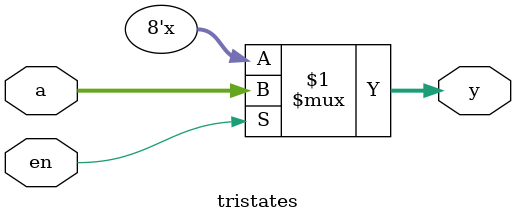
<source format=sv>

module testbench();
    logic[7:0] a, y;
    logic en;
    
    // The device under test
    tristates dut(a, en, y);

	`include "testfixture.verilog"
    
endmodule

module tristates(input  logic[7:0] a,
             input  logic en,
             output logic[7:0] y);
             
   assign #1 y = en ? a : 8'bz;    
endmodule


</source>
